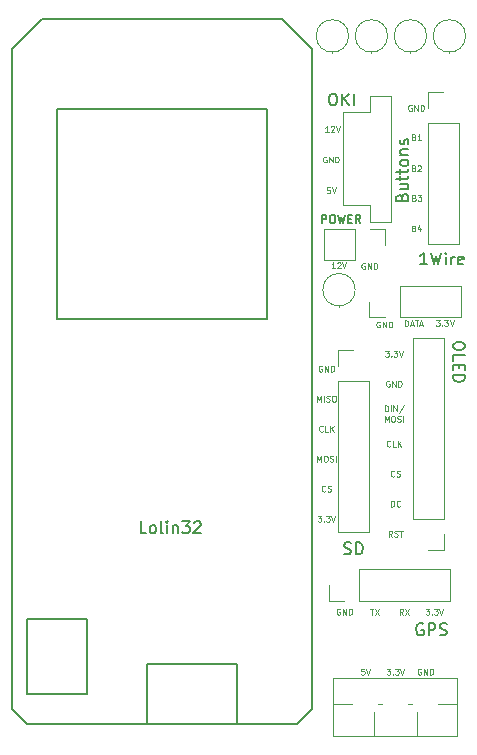
<source format=gbr>
G04 #@! TF.GenerationSoftware,KiCad,Pcbnew,(5.1.8-0-10_14)*
G04 #@! TF.CreationDate,2021-01-25T13:15:20+01:00*
G04 #@! TF.ProjectId,GpsRouteTracker,47707352-6f75-4746-9554-7261636b6572,2.0.0*
G04 #@! TF.SameCoordinates,Original*
G04 #@! TF.FileFunction,Legend,Top*
G04 #@! TF.FilePolarity,Positive*
%FSLAX46Y46*%
G04 Gerber Fmt 4.6, Leading zero omitted, Abs format (unit mm)*
G04 Created by KiCad (PCBNEW (5.1.8-0-10_14)) date 2021-01-25 13:15:20*
%MOMM*%
%LPD*%
G01*
G04 APERTURE LIST*
%ADD10C,0.150000*%
%ADD11C,0.125000*%
%ADD12C,0.120000*%
G04 APERTURE END LIST*
D10*
X138032533Y-79590066D02*
X138032533Y-78890066D01*
X138299200Y-78890066D01*
X138365866Y-78923400D01*
X138399200Y-78956733D01*
X138432533Y-79023400D01*
X138432533Y-79123400D01*
X138399200Y-79190066D01*
X138365866Y-79223400D01*
X138299200Y-79256733D01*
X138032533Y-79256733D01*
X138865866Y-78890066D02*
X138999200Y-78890066D01*
X139065866Y-78923400D01*
X139132533Y-78990066D01*
X139165866Y-79123400D01*
X139165866Y-79356733D01*
X139132533Y-79490066D01*
X139065866Y-79556733D01*
X138999200Y-79590066D01*
X138865866Y-79590066D01*
X138799200Y-79556733D01*
X138732533Y-79490066D01*
X138699200Y-79356733D01*
X138699200Y-79123400D01*
X138732533Y-78990066D01*
X138799200Y-78923400D01*
X138865866Y-78890066D01*
X139399200Y-78890066D02*
X139565866Y-79590066D01*
X139699200Y-79090066D01*
X139832533Y-79590066D01*
X139999200Y-78890066D01*
X140265866Y-79223400D02*
X140499200Y-79223400D01*
X140599200Y-79590066D02*
X140265866Y-79590066D01*
X140265866Y-78890066D01*
X140599200Y-78890066D01*
X141299200Y-79590066D02*
X141065866Y-79256733D01*
X140899200Y-79590066D02*
X140899200Y-78890066D01*
X141165866Y-78890066D01*
X141232533Y-78923400D01*
X141265866Y-78956733D01*
X141299200Y-79023400D01*
X141299200Y-79123400D01*
X141265866Y-79190066D01*
X141232533Y-79223400D01*
X141165866Y-79256733D01*
X140899200Y-79256733D01*
X138892066Y-68641980D02*
X139082542Y-68641980D01*
X139177780Y-68689600D01*
X139273019Y-68784838D01*
X139320638Y-68975314D01*
X139320638Y-69308647D01*
X139273019Y-69499123D01*
X139177780Y-69594361D01*
X139082542Y-69641980D01*
X138892066Y-69641980D01*
X138796828Y-69594361D01*
X138701590Y-69499123D01*
X138653971Y-69308647D01*
X138653971Y-68975314D01*
X138701590Y-68784838D01*
X138796828Y-68689600D01*
X138892066Y-68641980D01*
X139749209Y-69641980D02*
X139749209Y-68641980D01*
X140320638Y-69641980D02*
X139892066Y-69070552D01*
X140320638Y-68641980D02*
X139749209Y-69213409D01*
X140749209Y-69641980D02*
X140749209Y-68641980D01*
D11*
X139161876Y-83436590D02*
X138876161Y-83436590D01*
X139019019Y-83436590D02*
X139019019Y-82936590D01*
X138971400Y-83008019D01*
X138923780Y-83055638D01*
X138876161Y-83079447D01*
X139352352Y-82984209D02*
X139376161Y-82960400D01*
X139423780Y-82936590D01*
X139542828Y-82936590D01*
X139590447Y-82960400D01*
X139614257Y-82984209D01*
X139638066Y-83031828D01*
X139638066Y-83079447D01*
X139614257Y-83150876D01*
X139328542Y-83436590D01*
X139638066Y-83436590D01*
X139780923Y-82936590D02*
X139947590Y-83436590D01*
X140114257Y-82936590D01*
X141681247Y-83011200D02*
X141633628Y-82987390D01*
X141562200Y-82987390D01*
X141490771Y-83011200D01*
X141443152Y-83058819D01*
X141419342Y-83106438D01*
X141395533Y-83201676D01*
X141395533Y-83273104D01*
X141419342Y-83368342D01*
X141443152Y-83415961D01*
X141490771Y-83463580D01*
X141562200Y-83487390D01*
X141609819Y-83487390D01*
X141681247Y-83463580D01*
X141705057Y-83439771D01*
X141705057Y-83273104D01*
X141609819Y-83273104D01*
X141919342Y-83487390D02*
X141919342Y-82987390D01*
X142205057Y-83487390D01*
X142205057Y-82987390D01*
X142443152Y-83487390D02*
X142443152Y-82987390D01*
X142562200Y-82987390D01*
X142633628Y-83011200D01*
X142681247Y-83058819D01*
X142705057Y-83106438D01*
X142728866Y-83201676D01*
X142728866Y-83273104D01*
X142705057Y-83368342D01*
X142681247Y-83415961D01*
X142633628Y-83463580D01*
X142562200Y-83487390D01*
X142443152Y-83487390D01*
X138628476Y-71879590D02*
X138342761Y-71879590D01*
X138485619Y-71879590D02*
X138485619Y-71379590D01*
X138438000Y-71451019D01*
X138390380Y-71498638D01*
X138342761Y-71522447D01*
X138818952Y-71427209D02*
X138842761Y-71403400D01*
X138890380Y-71379590D01*
X139009428Y-71379590D01*
X139057047Y-71403400D01*
X139080857Y-71427209D01*
X139104666Y-71474828D01*
X139104666Y-71522447D01*
X139080857Y-71593876D01*
X138795142Y-71879590D01*
X139104666Y-71879590D01*
X139247523Y-71379590D02*
X139414190Y-71879590D01*
X139580857Y-71379590D01*
X138715761Y-76586590D02*
X138477666Y-76586590D01*
X138453857Y-76824685D01*
X138477666Y-76800876D01*
X138525285Y-76777066D01*
X138644333Y-76777066D01*
X138691952Y-76800876D01*
X138715761Y-76824685D01*
X138739571Y-76872304D01*
X138739571Y-76991352D01*
X138715761Y-77038971D01*
X138691952Y-77062780D01*
X138644333Y-77086590D01*
X138525285Y-77086590D01*
X138477666Y-77062780D01*
X138453857Y-77038971D01*
X138882428Y-76586590D02*
X139049095Y-77086590D01*
X139215761Y-76586590D01*
X138430047Y-73994200D02*
X138382428Y-73970390D01*
X138311000Y-73970390D01*
X138239571Y-73994200D01*
X138191952Y-74041819D01*
X138168142Y-74089438D01*
X138144333Y-74184676D01*
X138144333Y-74256104D01*
X138168142Y-74351342D01*
X138191952Y-74398961D01*
X138239571Y-74446580D01*
X138311000Y-74470390D01*
X138358619Y-74470390D01*
X138430047Y-74446580D01*
X138453857Y-74422771D01*
X138453857Y-74256104D01*
X138358619Y-74256104D01*
X138668142Y-74470390D02*
X138668142Y-73970390D01*
X138953857Y-74470390D01*
X138953857Y-73970390D01*
X139191952Y-74470390D02*
X139191952Y-73970390D01*
X139311000Y-73970390D01*
X139382428Y-73994200D01*
X139430047Y-74041819D01*
X139453857Y-74089438D01*
X139477666Y-74184676D01*
X139477666Y-74256104D01*
X139453857Y-74351342D01*
X139430047Y-74398961D01*
X139382428Y-74446580D01*
X139311000Y-74470390D01*
X139191952Y-74470390D01*
D10*
X123174380Y-105862380D02*
X122698190Y-105862380D01*
X122698190Y-104862380D01*
X123650571Y-105862380D02*
X123555333Y-105814761D01*
X123507714Y-105767142D01*
X123460095Y-105671904D01*
X123460095Y-105386190D01*
X123507714Y-105290952D01*
X123555333Y-105243333D01*
X123650571Y-105195714D01*
X123793428Y-105195714D01*
X123888666Y-105243333D01*
X123936285Y-105290952D01*
X123983904Y-105386190D01*
X123983904Y-105671904D01*
X123936285Y-105767142D01*
X123888666Y-105814761D01*
X123793428Y-105862380D01*
X123650571Y-105862380D01*
X124555333Y-105862380D02*
X124460095Y-105814761D01*
X124412476Y-105719523D01*
X124412476Y-104862380D01*
X124936285Y-105862380D02*
X124936285Y-105195714D01*
X124936285Y-104862380D02*
X124888666Y-104910000D01*
X124936285Y-104957619D01*
X124983904Y-104910000D01*
X124936285Y-104862380D01*
X124936285Y-104957619D01*
X125412476Y-105195714D02*
X125412476Y-105862380D01*
X125412476Y-105290952D02*
X125460095Y-105243333D01*
X125555333Y-105195714D01*
X125698190Y-105195714D01*
X125793428Y-105243333D01*
X125841047Y-105338571D01*
X125841047Y-105862380D01*
X126222000Y-104862380D02*
X126841047Y-104862380D01*
X126507714Y-105243333D01*
X126650571Y-105243333D01*
X126745809Y-105290952D01*
X126793428Y-105338571D01*
X126841047Y-105433809D01*
X126841047Y-105671904D01*
X126793428Y-105767142D01*
X126745809Y-105814761D01*
X126650571Y-105862380D01*
X126364857Y-105862380D01*
X126269619Y-105814761D01*
X126222000Y-105767142D01*
X127222000Y-104957619D02*
X127269619Y-104910000D01*
X127364857Y-104862380D01*
X127602952Y-104862380D01*
X127698190Y-104910000D01*
X127745809Y-104957619D01*
X127793428Y-105052857D01*
X127793428Y-105148095D01*
X127745809Y-105290952D01*
X127174380Y-105862380D01*
X127793428Y-105862380D01*
X146605714Y-113546000D02*
X146510476Y-113498380D01*
X146367619Y-113498380D01*
X146224761Y-113546000D01*
X146129523Y-113641238D01*
X146081904Y-113736476D01*
X146034285Y-113926952D01*
X146034285Y-114069809D01*
X146081904Y-114260285D01*
X146129523Y-114355523D01*
X146224761Y-114450761D01*
X146367619Y-114498380D01*
X146462857Y-114498380D01*
X146605714Y-114450761D01*
X146653333Y-114403142D01*
X146653333Y-114069809D01*
X146462857Y-114069809D01*
X147081904Y-114498380D02*
X147081904Y-113498380D01*
X147462857Y-113498380D01*
X147558095Y-113546000D01*
X147605714Y-113593619D01*
X147653333Y-113688857D01*
X147653333Y-113831714D01*
X147605714Y-113926952D01*
X147558095Y-113974571D01*
X147462857Y-114022190D01*
X147081904Y-114022190D01*
X148034285Y-114450761D02*
X148177142Y-114498380D01*
X148415238Y-114498380D01*
X148510476Y-114450761D01*
X148558095Y-114403142D01*
X148605714Y-114307904D01*
X148605714Y-114212666D01*
X148558095Y-114117428D01*
X148510476Y-114069809D01*
X148415238Y-114022190D01*
X148224761Y-113974571D01*
X148129523Y-113926952D01*
X148081904Y-113879333D01*
X148034285Y-113784095D01*
X148034285Y-113688857D01*
X148081904Y-113593619D01*
X148129523Y-113546000D01*
X148224761Y-113498380D01*
X148462857Y-113498380D01*
X148605714Y-113546000D01*
X139930285Y-107592761D02*
X140073142Y-107640380D01*
X140311238Y-107640380D01*
X140406476Y-107592761D01*
X140454095Y-107545142D01*
X140501714Y-107449904D01*
X140501714Y-107354666D01*
X140454095Y-107259428D01*
X140406476Y-107211809D01*
X140311238Y-107164190D01*
X140120761Y-107116571D01*
X140025523Y-107068952D01*
X139977904Y-107021333D01*
X139930285Y-106926095D01*
X139930285Y-106830857D01*
X139977904Y-106735619D01*
X140025523Y-106688000D01*
X140120761Y-106640380D01*
X140358857Y-106640380D01*
X140501714Y-106688000D01*
X140930285Y-107640380D02*
X140930285Y-106640380D01*
X141168380Y-106640380D01*
X141311238Y-106688000D01*
X141406476Y-106783238D01*
X141454095Y-106878476D01*
X141501714Y-107068952D01*
X141501714Y-107211809D01*
X141454095Y-107402285D01*
X141406476Y-107497523D01*
X141311238Y-107592761D01*
X141168380Y-107640380D01*
X140930285Y-107640380D01*
X144835571Y-77420504D02*
X144883190Y-77277647D01*
X144930809Y-77230028D01*
X145026047Y-77182409D01*
X145168904Y-77182409D01*
X145264142Y-77230028D01*
X145311761Y-77277647D01*
X145359380Y-77372885D01*
X145359380Y-77753838D01*
X144359380Y-77753838D01*
X144359380Y-77420504D01*
X144407000Y-77325266D01*
X144454619Y-77277647D01*
X144549857Y-77230028D01*
X144645095Y-77230028D01*
X144740333Y-77277647D01*
X144787952Y-77325266D01*
X144835571Y-77420504D01*
X144835571Y-77753838D01*
X144692714Y-76325266D02*
X145359380Y-76325266D01*
X144692714Y-76753838D02*
X145216523Y-76753838D01*
X145311761Y-76706219D01*
X145359380Y-76610980D01*
X145359380Y-76468123D01*
X145311761Y-76372885D01*
X145264142Y-76325266D01*
X144692714Y-75991933D02*
X144692714Y-75610980D01*
X144359380Y-75849076D02*
X145216523Y-75849076D01*
X145311761Y-75801457D01*
X145359380Y-75706219D01*
X145359380Y-75610980D01*
X144692714Y-75420504D02*
X144692714Y-75039552D01*
X144359380Y-75277647D02*
X145216523Y-75277647D01*
X145311761Y-75230028D01*
X145359380Y-75134790D01*
X145359380Y-75039552D01*
X145359380Y-74563361D02*
X145311761Y-74658600D01*
X145264142Y-74706219D01*
X145168904Y-74753838D01*
X144883190Y-74753838D01*
X144787952Y-74706219D01*
X144740333Y-74658600D01*
X144692714Y-74563361D01*
X144692714Y-74420504D01*
X144740333Y-74325266D01*
X144787952Y-74277647D01*
X144883190Y-74230028D01*
X145168904Y-74230028D01*
X145264142Y-74277647D01*
X145311761Y-74325266D01*
X145359380Y-74420504D01*
X145359380Y-74563361D01*
X144692714Y-73801457D02*
X145359380Y-73801457D01*
X144787952Y-73801457D02*
X144740333Y-73753838D01*
X144692714Y-73658600D01*
X144692714Y-73515742D01*
X144740333Y-73420504D01*
X144835571Y-73372885D01*
X145359380Y-73372885D01*
X145311761Y-72944314D02*
X145359380Y-72849076D01*
X145359380Y-72658600D01*
X145311761Y-72563361D01*
X145216523Y-72515742D01*
X145168904Y-72515742D01*
X145073666Y-72563361D01*
X145026047Y-72658600D01*
X145026047Y-72801457D01*
X144978428Y-72896695D01*
X144883190Y-72944314D01*
X144835571Y-72944314D01*
X144740333Y-72896695D01*
X144692714Y-72801457D01*
X144692714Y-72658600D01*
X144740333Y-72563361D01*
X146947095Y-83103980D02*
X146375666Y-83103980D01*
X146661380Y-83103980D02*
X146661380Y-82103980D01*
X146566142Y-82246838D01*
X146470904Y-82342076D01*
X146375666Y-82389695D01*
X147280428Y-82103980D02*
X147518523Y-83103980D01*
X147709000Y-82389695D01*
X147899476Y-83103980D01*
X148137571Y-82103980D01*
X148518523Y-83103980D02*
X148518523Y-82437314D01*
X148518523Y-82103980D02*
X148470904Y-82151600D01*
X148518523Y-82199219D01*
X148566142Y-82151600D01*
X148518523Y-82103980D01*
X148518523Y-82199219D01*
X148994714Y-83103980D02*
X148994714Y-82437314D01*
X148994714Y-82627790D02*
X149042333Y-82532552D01*
X149089952Y-82484933D01*
X149185190Y-82437314D01*
X149280428Y-82437314D01*
X149994714Y-83056361D02*
X149899476Y-83103980D01*
X149709000Y-83103980D01*
X149613761Y-83056361D01*
X149566142Y-82961123D01*
X149566142Y-82580171D01*
X149613761Y-82484933D01*
X149709000Y-82437314D01*
X149899476Y-82437314D01*
X149994714Y-82484933D01*
X150042333Y-82580171D01*
X150042333Y-82675409D01*
X149566142Y-82770647D01*
X150153619Y-89911419D02*
X150153619Y-90101895D01*
X150106000Y-90197133D01*
X150010761Y-90292371D01*
X149820285Y-90339990D01*
X149486952Y-90339990D01*
X149296476Y-90292371D01*
X149201238Y-90197133D01*
X149153619Y-90101895D01*
X149153619Y-89911419D01*
X149201238Y-89816180D01*
X149296476Y-89720942D01*
X149486952Y-89673323D01*
X149820285Y-89673323D01*
X150010761Y-89720942D01*
X150106000Y-89816180D01*
X150153619Y-89911419D01*
X149153619Y-91244752D02*
X149153619Y-90768561D01*
X150153619Y-90768561D01*
X149677428Y-91578085D02*
X149677428Y-91911419D01*
X149153619Y-92054276D02*
X149153619Y-91578085D01*
X150153619Y-91578085D01*
X150153619Y-92054276D01*
X149153619Y-92482847D02*
X150153619Y-92482847D01*
X150153619Y-92720942D01*
X150106000Y-92863800D01*
X150010761Y-92959038D01*
X149915523Y-93006657D01*
X149725047Y-93054276D01*
X149582190Y-93054276D01*
X149391714Y-93006657D01*
X149296476Y-92959038D01*
X149201238Y-92863800D01*
X149153619Y-92720942D01*
X149153619Y-92482847D01*
D11*
X143764047Y-92968000D02*
X143716428Y-92944190D01*
X143645000Y-92944190D01*
X143573571Y-92968000D01*
X143525952Y-93015619D01*
X143502142Y-93063238D01*
X143478333Y-93158476D01*
X143478333Y-93229904D01*
X143502142Y-93325142D01*
X143525952Y-93372761D01*
X143573571Y-93420380D01*
X143645000Y-93444190D01*
X143692619Y-93444190D01*
X143764047Y-93420380D01*
X143787857Y-93396571D01*
X143787857Y-93229904D01*
X143692619Y-93229904D01*
X144002142Y-93444190D02*
X144002142Y-92944190D01*
X144287857Y-93444190D01*
X144287857Y-92944190D01*
X144525952Y-93444190D02*
X144525952Y-92944190D01*
X144645000Y-92944190D01*
X144716428Y-92968000D01*
X144764047Y-93015619D01*
X144787857Y-93063238D01*
X144811666Y-93158476D01*
X144811666Y-93229904D01*
X144787857Y-93325142D01*
X144764047Y-93372761D01*
X144716428Y-93420380D01*
X144645000Y-93444190D01*
X144525952Y-93444190D01*
X143998190Y-106144190D02*
X143831523Y-105906095D01*
X143712476Y-106144190D02*
X143712476Y-105644190D01*
X143902952Y-105644190D01*
X143950571Y-105668000D01*
X143974380Y-105691809D01*
X143998190Y-105739428D01*
X143998190Y-105810857D01*
X143974380Y-105858476D01*
X143950571Y-105882285D01*
X143902952Y-105906095D01*
X143712476Y-105906095D01*
X144188666Y-106120380D02*
X144260095Y-106144190D01*
X144379142Y-106144190D01*
X144426761Y-106120380D01*
X144450571Y-106096571D01*
X144474380Y-106048952D01*
X144474380Y-106001333D01*
X144450571Y-105953714D01*
X144426761Y-105929904D01*
X144379142Y-105906095D01*
X144283904Y-105882285D01*
X144236285Y-105858476D01*
X144212476Y-105834666D01*
X144188666Y-105787047D01*
X144188666Y-105739428D01*
X144212476Y-105691809D01*
X144236285Y-105668000D01*
X144283904Y-105644190D01*
X144402952Y-105644190D01*
X144474380Y-105668000D01*
X144617238Y-105644190D02*
X144902952Y-105644190D01*
X144760095Y-106144190D02*
X144760095Y-105644190D01*
X143891047Y-103604190D02*
X143891047Y-103104190D01*
X144010095Y-103104190D01*
X144081523Y-103128000D01*
X144129142Y-103175619D01*
X144152952Y-103223238D01*
X144176761Y-103318476D01*
X144176761Y-103389904D01*
X144152952Y-103485142D01*
X144129142Y-103532761D01*
X144081523Y-103580380D01*
X144010095Y-103604190D01*
X143891047Y-103604190D01*
X144676761Y-103556571D02*
X144652952Y-103580380D01*
X144581523Y-103604190D01*
X144533904Y-103604190D01*
X144462476Y-103580380D01*
X144414857Y-103532761D01*
X144391047Y-103485142D01*
X144367238Y-103389904D01*
X144367238Y-103318476D01*
X144391047Y-103223238D01*
X144414857Y-103175619D01*
X144462476Y-103128000D01*
X144533904Y-103104190D01*
X144581523Y-103104190D01*
X144652952Y-103128000D01*
X144676761Y-103151809D01*
X144188666Y-101016571D02*
X144164857Y-101040380D01*
X144093428Y-101064190D01*
X144045809Y-101064190D01*
X143974380Y-101040380D01*
X143926761Y-100992761D01*
X143902952Y-100945142D01*
X143879142Y-100849904D01*
X143879142Y-100778476D01*
X143902952Y-100683238D01*
X143926761Y-100635619D01*
X143974380Y-100588000D01*
X144045809Y-100564190D01*
X144093428Y-100564190D01*
X144164857Y-100588000D01*
X144188666Y-100611809D01*
X144379142Y-101040380D02*
X144450571Y-101064190D01*
X144569619Y-101064190D01*
X144617238Y-101040380D01*
X144641047Y-101016571D01*
X144664857Y-100968952D01*
X144664857Y-100921333D01*
X144641047Y-100873714D01*
X144617238Y-100849904D01*
X144569619Y-100826095D01*
X144474380Y-100802285D01*
X144426761Y-100778476D01*
X144402952Y-100754666D01*
X144379142Y-100707047D01*
X144379142Y-100659428D01*
X144402952Y-100611809D01*
X144426761Y-100588000D01*
X144474380Y-100564190D01*
X144593428Y-100564190D01*
X144664857Y-100588000D01*
X143847380Y-98476571D02*
X143823571Y-98500380D01*
X143752142Y-98524190D01*
X143704523Y-98524190D01*
X143633095Y-98500380D01*
X143585476Y-98452761D01*
X143561666Y-98405142D01*
X143537857Y-98309904D01*
X143537857Y-98238476D01*
X143561666Y-98143238D01*
X143585476Y-98095619D01*
X143633095Y-98048000D01*
X143704523Y-98024190D01*
X143752142Y-98024190D01*
X143823571Y-98048000D01*
X143847380Y-98071809D01*
X144299761Y-98524190D02*
X144061666Y-98524190D01*
X144061666Y-98024190D01*
X144466428Y-98524190D02*
X144466428Y-98024190D01*
X144752142Y-98524190D02*
X144537857Y-98238476D01*
X144752142Y-98024190D02*
X144466428Y-98309904D01*
X143371190Y-95546690D02*
X143371190Y-95046690D01*
X143490238Y-95046690D01*
X143561666Y-95070500D01*
X143609285Y-95118119D01*
X143633095Y-95165738D01*
X143656904Y-95260976D01*
X143656904Y-95332404D01*
X143633095Y-95427642D01*
X143609285Y-95475261D01*
X143561666Y-95522880D01*
X143490238Y-95546690D01*
X143371190Y-95546690D01*
X143871190Y-95546690D02*
X143871190Y-95046690D01*
X144109285Y-95546690D02*
X144109285Y-95046690D01*
X144395000Y-95546690D01*
X144395000Y-95046690D01*
X144990238Y-95022880D02*
X144561666Y-95665738D01*
X143359285Y-96421690D02*
X143359285Y-95921690D01*
X143525952Y-96278833D01*
X143692619Y-95921690D01*
X143692619Y-96421690D01*
X144025952Y-95921690D02*
X144121190Y-95921690D01*
X144168809Y-95945500D01*
X144216428Y-95993119D01*
X144240238Y-96088357D01*
X144240238Y-96255023D01*
X144216428Y-96350261D01*
X144168809Y-96397880D01*
X144121190Y-96421690D01*
X144025952Y-96421690D01*
X143978333Y-96397880D01*
X143930714Y-96350261D01*
X143906904Y-96255023D01*
X143906904Y-96088357D01*
X143930714Y-95993119D01*
X143978333Y-95945500D01*
X144025952Y-95921690D01*
X144430714Y-96397880D02*
X144502142Y-96421690D01*
X144621190Y-96421690D01*
X144668809Y-96397880D01*
X144692619Y-96374071D01*
X144716428Y-96326452D01*
X144716428Y-96278833D01*
X144692619Y-96231214D01*
X144668809Y-96207404D01*
X144621190Y-96183595D01*
X144525952Y-96159785D01*
X144478333Y-96135976D01*
X144454523Y-96112166D01*
X144430714Y-96064547D01*
X144430714Y-96016928D01*
X144454523Y-95969309D01*
X144478333Y-95945500D01*
X144525952Y-95921690D01*
X144645000Y-95921690D01*
X144716428Y-95945500D01*
X144930714Y-96421690D02*
X144930714Y-95921690D01*
X143406904Y-90404190D02*
X143716428Y-90404190D01*
X143549761Y-90594666D01*
X143621190Y-90594666D01*
X143668809Y-90618476D01*
X143692619Y-90642285D01*
X143716428Y-90689904D01*
X143716428Y-90808952D01*
X143692619Y-90856571D01*
X143668809Y-90880380D01*
X143621190Y-90904190D01*
X143478333Y-90904190D01*
X143430714Y-90880380D01*
X143406904Y-90856571D01*
X143930714Y-90856571D02*
X143954523Y-90880380D01*
X143930714Y-90904190D01*
X143906904Y-90880380D01*
X143930714Y-90856571D01*
X143930714Y-90904190D01*
X144121190Y-90404190D02*
X144430714Y-90404190D01*
X144264047Y-90594666D01*
X144335476Y-90594666D01*
X144383095Y-90618476D01*
X144406904Y-90642285D01*
X144430714Y-90689904D01*
X144430714Y-90808952D01*
X144406904Y-90856571D01*
X144383095Y-90880380D01*
X144335476Y-90904190D01*
X144192619Y-90904190D01*
X144145000Y-90880380D01*
X144121190Y-90856571D01*
X144573571Y-90404190D02*
X144740238Y-90904190D01*
X144906904Y-90404190D01*
X138049047Y-91698000D02*
X138001428Y-91674190D01*
X137930000Y-91674190D01*
X137858571Y-91698000D01*
X137810952Y-91745619D01*
X137787142Y-91793238D01*
X137763333Y-91888476D01*
X137763333Y-91959904D01*
X137787142Y-92055142D01*
X137810952Y-92102761D01*
X137858571Y-92150380D01*
X137930000Y-92174190D01*
X137977619Y-92174190D01*
X138049047Y-92150380D01*
X138072857Y-92126571D01*
X138072857Y-91959904D01*
X137977619Y-91959904D01*
X138287142Y-92174190D02*
X138287142Y-91674190D01*
X138572857Y-92174190D01*
X138572857Y-91674190D01*
X138810952Y-92174190D02*
X138810952Y-91674190D01*
X138930000Y-91674190D01*
X139001428Y-91698000D01*
X139049047Y-91745619D01*
X139072857Y-91793238D01*
X139096666Y-91888476D01*
X139096666Y-91959904D01*
X139072857Y-92055142D01*
X139049047Y-92102761D01*
X139001428Y-92150380D01*
X138930000Y-92174190D01*
X138810952Y-92174190D01*
X137644285Y-94714190D02*
X137644285Y-94214190D01*
X137810952Y-94571333D01*
X137977619Y-94214190D01*
X137977619Y-94714190D01*
X138215714Y-94714190D02*
X138215714Y-94214190D01*
X138430000Y-94690380D02*
X138501428Y-94714190D01*
X138620476Y-94714190D01*
X138668095Y-94690380D01*
X138691904Y-94666571D01*
X138715714Y-94618952D01*
X138715714Y-94571333D01*
X138691904Y-94523714D01*
X138668095Y-94499904D01*
X138620476Y-94476095D01*
X138525238Y-94452285D01*
X138477619Y-94428476D01*
X138453809Y-94404666D01*
X138430000Y-94357047D01*
X138430000Y-94309428D01*
X138453809Y-94261809D01*
X138477619Y-94238000D01*
X138525238Y-94214190D01*
X138644285Y-94214190D01*
X138715714Y-94238000D01*
X139025238Y-94214190D02*
X139120476Y-94214190D01*
X139168095Y-94238000D01*
X139215714Y-94285619D01*
X139239523Y-94380857D01*
X139239523Y-94547523D01*
X139215714Y-94642761D01*
X139168095Y-94690380D01*
X139120476Y-94714190D01*
X139025238Y-94714190D01*
X138977619Y-94690380D01*
X138930000Y-94642761D01*
X138906190Y-94547523D01*
X138906190Y-94380857D01*
X138930000Y-94285619D01*
X138977619Y-94238000D01*
X139025238Y-94214190D01*
X138132380Y-97206571D02*
X138108571Y-97230380D01*
X138037142Y-97254190D01*
X137989523Y-97254190D01*
X137918095Y-97230380D01*
X137870476Y-97182761D01*
X137846666Y-97135142D01*
X137822857Y-97039904D01*
X137822857Y-96968476D01*
X137846666Y-96873238D01*
X137870476Y-96825619D01*
X137918095Y-96778000D01*
X137989523Y-96754190D01*
X138037142Y-96754190D01*
X138108571Y-96778000D01*
X138132380Y-96801809D01*
X138584761Y-97254190D02*
X138346666Y-97254190D01*
X138346666Y-96754190D01*
X138751428Y-97254190D02*
X138751428Y-96754190D01*
X139037142Y-97254190D02*
X138822857Y-96968476D01*
X139037142Y-96754190D02*
X138751428Y-97039904D01*
X137644285Y-99794190D02*
X137644285Y-99294190D01*
X137810952Y-99651333D01*
X137977619Y-99294190D01*
X137977619Y-99794190D01*
X138310952Y-99294190D02*
X138406190Y-99294190D01*
X138453809Y-99318000D01*
X138501428Y-99365619D01*
X138525238Y-99460857D01*
X138525238Y-99627523D01*
X138501428Y-99722761D01*
X138453809Y-99770380D01*
X138406190Y-99794190D01*
X138310952Y-99794190D01*
X138263333Y-99770380D01*
X138215714Y-99722761D01*
X138191904Y-99627523D01*
X138191904Y-99460857D01*
X138215714Y-99365619D01*
X138263333Y-99318000D01*
X138310952Y-99294190D01*
X138715714Y-99770380D02*
X138787142Y-99794190D01*
X138906190Y-99794190D01*
X138953809Y-99770380D01*
X138977619Y-99746571D01*
X139001428Y-99698952D01*
X139001428Y-99651333D01*
X138977619Y-99603714D01*
X138953809Y-99579904D01*
X138906190Y-99556095D01*
X138810952Y-99532285D01*
X138763333Y-99508476D01*
X138739523Y-99484666D01*
X138715714Y-99437047D01*
X138715714Y-99389428D01*
X138739523Y-99341809D01*
X138763333Y-99318000D01*
X138810952Y-99294190D01*
X138930000Y-99294190D01*
X139001428Y-99318000D01*
X139215714Y-99794190D02*
X139215714Y-99294190D01*
X138346666Y-102286571D02*
X138322857Y-102310380D01*
X138251428Y-102334190D01*
X138203809Y-102334190D01*
X138132380Y-102310380D01*
X138084761Y-102262761D01*
X138060952Y-102215142D01*
X138037142Y-102119904D01*
X138037142Y-102048476D01*
X138060952Y-101953238D01*
X138084761Y-101905619D01*
X138132380Y-101858000D01*
X138203809Y-101834190D01*
X138251428Y-101834190D01*
X138322857Y-101858000D01*
X138346666Y-101881809D01*
X138537142Y-102310380D02*
X138608571Y-102334190D01*
X138727619Y-102334190D01*
X138775238Y-102310380D01*
X138799047Y-102286571D01*
X138822857Y-102238952D01*
X138822857Y-102191333D01*
X138799047Y-102143714D01*
X138775238Y-102119904D01*
X138727619Y-102096095D01*
X138632380Y-102072285D01*
X138584761Y-102048476D01*
X138560952Y-102024666D01*
X138537142Y-101977047D01*
X138537142Y-101929428D01*
X138560952Y-101881809D01*
X138584761Y-101858000D01*
X138632380Y-101834190D01*
X138751428Y-101834190D01*
X138822857Y-101858000D01*
X137691904Y-104374190D02*
X138001428Y-104374190D01*
X137834761Y-104564666D01*
X137906190Y-104564666D01*
X137953809Y-104588476D01*
X137977619Y-104612285D01*
X138001428Y-104659904D01*
X138001428Y-104778952D01*
X137977619Y-104826571D01*
X137953809Y-104850380D01*
X137906190Y-104874190D01*
X137763333Y-104874190D01*
X137715714Y-104850380D01*
X137691904Y-104826571D01*
X138215714Y-104826571D02*
X138239523Y-104850380D01*
X138215714Y-104874190D01*
X138191904Y-104850380D01*
X138215714Y-104826571D01*
X138215714Y-104874190D01*
X138406190Y-104374190D02*
X138715714Y-104374190D01*
X138549047Y-104564666D01*
X138620476Y-104564666D01*
X138668095Y-104588476D01*
X138691904Y-104612285D01*
X138715714Y-104659904D01*
X138715714Y-104778952D01*
X138691904Y-104826571D01*
X138668095Y-104850380D01*
X138620476Y-104874190D01*
X138477619Y-104874190D01*
X138430000Y-104850380D01*
X138406190Y-104826571D01*
X138858571Y-104374190D02*
X139025238Y-104874190D01*
X139191904Y-104374190D01*
X146835904Y-112248190D02*
X147145428Y-112248190D01*
X146978761Y-112438666D01*
X147050190Y-112438666D01*
X147097809Y-112462476D01*
X147121619Y-112486285D01*
X147145428Y-112533904D01*
X147145428Y-112652952D01*
X147121619Y-112700571D01*
X147097809Y-112724380D01*
X147050190Y-112748190D01*
X146907333Y-112748190D01*
X146859714Y-112724380D01*
X146835904Y-112700571D01*
X147359714Y-112700571D02*
X147383523Y-112724380D01*
X147359714Y-112748190D01*
X147335904Y-112724380D01*
X147359714Y-112700571D01*
X147359714Y-112748190D01*
X147550190Y-112248190D02*
X147859714Y-112248190D01*
X147693047Y-112438666D01*
X147764476Y-112438666D01*
X147812095Y-112462476D01*
X147835904Y-112486285D01*
X147859714Y-112533904D01*
X147859714Y-112652952D01*
X147835904Y-112700571D01*
X147812095Y-112724380D01*
X147764476Y-112748190D01*
X147621619Y-112748190D01*
X147574000Y-112724380D01*
X147550190Y-112700571D01*
X148002571Y-112248190D02*
X148169238Y-112748190D01*
X148335904Y-112248190D01*
X144950666Y-112748190D02*
X144784000Y-112510095D01*
X144664952Y-112748190D02*
X144664952Y-112248190D01*
X144855428Y-112248190D01*
X144903047Y-112272000D01*
X144926857Y-112295809D01*
X144950666Y-112343428D01*
X144950666Y-112414857D01*
X144926857Y-112462476D01*
X144903047Y-112486285D01*
X144855428Y-112510095D01*
X144664952Y-112510095D01*
X145117333Y-112248190D02*
X145450666Y-112748190D01*
X145450666Y-112248190D02*
X145117333Y-112748190D01*
X142113047Y-112248190D02*
X142398761Y-112248190D01*
X142255904Y-112748190D02*
X142255904Y-112248190D01*
X142517809Y-112248190D02*
X142851142Y-112748190D01*
X142851142Y-112248190D02*
X142517809Y-112748190D01*
X139573047Y-112272000D02*
X139525428Y-112248190D01*
X139454000Y-112248190D01*
X139382571Y-112272000D01*
X139334952Y-112319619D01*
X139311142Y-112367238D01*
X139287333Y-112462476D01*
X139287333Y-112533904D01*
X139311142Y-112629142D01*
X139334952Y-112676761D01*
X139382571Y-112724380D01*
X139454000Y-112748190D01*
X139501619Y-112748190D01*
X139573047Y-112724380D01*
X139596857Y-112700571D01*
X139596857Y-112533904D01*
X139501619Y-112533904D01*
X139811142Y-112748190D02*
X139811142Y-112248190D01*
X140096857Y-112748190D01*
X140096857Y-112248190D01*
X140334952Y-112748190D02*
X140334952Y-112248190D01*
X140454000Y-112248190D01*
X140525428Y-112272000D01*
X140573047Y-112319619D01*
X140596857Y-112367238D01*
X140620666Y-112462476D01*
X140620666Y-112533904D01*
X140596857Y-112629142D01*
X140573047Y-112676761D01*
X140525428Y-112724380D01*
X140454000Y-112748190D01*
X140334952Y-112748190D01*
X146431047Y-117352000D02*
X146383428Y-117328190D01*
X146312000Y-117328190D01*
X146240571Y-117352000D01*
X146192952Y-117399619D01*
X146169142Y-117447238D01*
X146145333Y-117542476D01*
X146145333Y-117613904D01*
X146169142Y-117709142D01*
X146192952Y-117756761D01*
X146240571Y-117804380D01*
X146312000Y-117828190D01*
X146359619Y-117828190D01*
X146431047Y-117804380D01*
X146454857Y-117780571D01*
X146454857Y-117613904D01*
X146359619Y-117613904D01*
X146669142Y-117828190D02*
X146669142Y-117328190D01*
X146954857Y-117828190D01*
X146954857Y-117328190D01*
X147192952Y-117828190D02*
X147192952Y-117328190D01*
X147312000Y-117328190D01*
X147383428Y-117352000D01*
X147431047Y-117399619D01*
X147454857Y-117447238D01*
X147478666Y-117542476D01*
X147478666Y-117613904D01*
X147454857Y-117709142D01*
X147431047Y-117756761D01*
X147383428Y-117804380D01*
X147312000Y-117828190D01*
X147192952Y-117828190D01*
X143533904Y-117328190D02*
X143843428Y-117328190D01*
X143676761Y-117518666D01*
X143748190Y-117518666D01*
X143795809Y-117542476D01*
X143819619Y-117566285D01*
X143843428Y-117613904D01*
X143843428Y-117732952D01*
X143819619Y-117780571D01*
X143795809Y-117804380D01*
X143748190Y-117828190D01*
X143605333Y-117828190D01*
X143557714Y-117804380D01*
X143533904Y-117780571D01*
X144057714Y-117780571D02*
X144081523Y-117804380D01*
X144057714Y-117828190D01*
X144033904Y-117804380D01*
X144057714Y-117780571D01*
X144057714Y-117828190D01*
X144248190Y-117328190D02*
X144557714Y-117328190D01*
X144391047Y-117518666D01*
X144462476Y-117518666D01*
X144510095Y-117542476D01*
X144533904Y-117566285D01*
X144557714Y-117613904D01*
X144557714Y-117732952D01*
X144533904Y-117780571D01*
X144510095Y-117804380D01*
X144462476Y-117828190D01*
X144319619Y-117828190D01*
X144272000Y-117804380D01*
X144248190Y-117780571D01*
X144700571Y-117328190D02*
X144867238Y-117828190D01*
X145033904Y-117328190D01*
X141636761Y-117328190D02*
X141398666Y-117328190D01*
X141374857Y-117566285D01*
X141398666Y-117542476D01*
X141446285Y-117518666D01*
X141565333Y-117518666D01*
X141612952Y-117542476D01*
X141636761Y-117566285D01*
X141660571Y-117613904D01*
X141660571Y-117732952D01*
X141636761Y-117780571D01*
X141612952Y-117804380D01*
X141565333Y-117828190D01*
X141446285Y-117828190D01*
X141398666Y-117804380D01*
X141374857Y-117780571D01*
X141803428Y-117328190D02*
X141970095Y-117828190D01*
X142136761Y-117328190D01*
X147699504Y-87813390D02*
X148009028Y-87813390D01*
X147842361Y-88003866D01*
X147913790Y-88003866D01*
X147961409Y-88027676D01*
X147985219Y-88051485D01*
X148009028Y-88099104D01*
X148009028Y-88218152D01*
X147985219Y-88265771D01*
X147961409Y-88289580D01*
X147913790Y-88313390D01*
X147770933Y-88313390D01*
X147723314Y-88289580D01*
X147699504Y-88265771D01*
X148223314Y-88265771D02*
X148247123Y-88289580D01*
X148223314Y-88313390D01*
X148199504Y-88289580D01*
X148223314Y-88265771D01*
X148223314Y-88313390D01*
X148413790Y-87813390D02*
X148723314Y-87813390D01*
X148556647Y-88003866D01*
X148628076Y-88003866D01*
X148675695Y-88027676D01*
X148699504Y-88051485D01*
X148723314Y-88099104D01*
X148723314Y-88218152D01*
X148699504Y-88265771D01*
X148675695Y-88289580D01*
X148628076Y-88313390D01*
X148485219Y-88313390D01*
X148437600Y-88289580D01*
X148413790Y-88265771D01*
X148866171Y-87813390D02*
X149032838Y-88313390D01*
X149199504Y-87813390D01*
X145071400Y-88338790D02*
X145071400Y-87838790D01*
X145190447Y-87838790D01*
X145261876Y-87862600D01*
X145309495Y-87910219D01*
X145333304Y-87957838D01*
X145357114Y-88053076D01*
X145357114Y-88124504D01*
X145333304Y-88219742D01*
X145309495Y-88267361D01*
X145261876Y-88314980D01*
X145190447Y-88338790D01*
X145071400Y-88338790D01*
X145547590Y-88195933D02*
X145785685Y-88195933D01*
X145499971Y-88338790D02*
X145666638Y-87838790D01*
X145833304Y-88338790D01*
X145928542Y-87838790D02*
X146214257Y-87838790D01*
X146071400Y-88338790D02*
X146071400Y-87838790D01*
X146357114Y-88195933D02*
X146595209Y-88195933D01*
X146309495Y-88338790D02*
X146476161Y-87838790D01*
X146642828Y-88338790D01*
X142951247Y-87964200D02*
X142903628Y-87940390D01*
X142832200Y-87940390D01*
X142760771Y-87964200D01*
X142713152Y-88011819D01*
X142689342Y-88059438D01*
X142665533Y-88154676D01*
X142665533Y-88226104D01*
X142689342Y-88321342D01*
X142713152Y-88368961D01*
X142760771Y-88416580D01*
X142832200Y-88440390D01*
X142879819Y-88440390D01*
X142951247Y-88416580D01*
X142975057Y-88392771D01*
X142975057Y-88226104D01*
X142879819Y-88226104D01*
X143189342Y-88440390D02*
X143189342Y-87940390D01*
X143475057Y-88440390D01*
X143475057Y-87940390D01*
X143713152Y-88440390D02*
X143713152Y-87940390D01*
X143832200Y-87940390D01*
X143903628Y-87964200D01*
X143951247Y-88011819D01*
X143975057Y-88059438D01*
X143998866Y-88154676D01*
X143998866Y-88226104D01*
X143975057Y-88321342D01*
X143951247Y-88368961D01*
X143903628Y-88416580D01*
X143832200Y-88440390D01*
X143713152Y-88440390D01*
X145847619Y-80050485D02*
X145919047Y-80074295D01*
X145942857Y-80098104D01*
X145966666Y-80145723D01*
X145966666Y-80217152D01*
X145942857Y-80264771D01*
X145919047Y-80288580D01*
X145871428Y-80312390D01*
X145680952Y-80312390D01*
X145680952Y-79812390D01*
X145847619Y-79812390D01*
X145895238Y-79836200D01*
X145919047Y-79860009D01*
X145942857Y-79907628D01*
X145942857Y-79955247D01*
X145919047Y-80002866D01*
X145895238Y-80026676D01*
X145847619Y-80050485D01*
X145680952Y-80050485D01*
X146395238Y-79979057D02*
X146395238Y-80312390D01*
X146276190Y-79788580D02*
X146157142Y-80145723D01*
X146466666Y-80145723D01*
X145873019Y-77459685D02*
X145944447Y-77483495D01*
X145968257Y-77507304D01*
X145992066Y-77554923D01*
X145992066Y-77626352D01*
X145968257Y-77673971D01*
X145944447Y-77697780D01*
X145896828Y-77721590D01*
X145706352Y-77721590D01*
X145706352Y-77221590D01*
X145873019Y-77221590D01*
X145920638Y-77245400D01*
X145944447Y-77269209D01*
X145968257Y-77316828D01*
X145968257Y-77364447D01*
X145944447Y-77412066D01*
X145920638Y-77435876D01*
X145873019Y-77459685D01*
X145706352Y-77459685D01*
X146158733Y-77221590D02*
X146468257Y-77221590D01*
X146301590Y-77412066D01*
X146373019Y-77412066D01*
X146420638Y-77435876D01*
X146444447Y-77459685D01*
X146468257Y-77507304D01*
X146468257Y-77626352D01*
X146444447Y-77673971D01*
X146420638Y-77697780D01*
X146373019Y-77721590D01*
X146230161Y-77721590D01*
X146182542Y-77697780D01*
X146158733Y-77673971D01*
X145847619Y-74945085D02*
X145919047Y-74968895D01*
X145942857Y-74992704D01*
X145966666Y-75040323D01*
X145966666Y-75111752D01*
X145942857Y-75159371D01*
X145919047Y-75183180D01*
X145871428Y-75206990D01*
X145680952Y-75206990D01*
X145680952Y-74706990D01*
X145847619Y-74706990D01*
X145895238Y-74730800D01*
X145919047Y-74754609D01*
X145942857Y-74802228D01*
X145942857Y-74849847D01*
X145919047Y-74897466D01*
X145895238Y-74921276D01*
X145847619Y-74945085D01*
X145680952Y-74945085D01*
X146157142Y-74754609D02*
X146180952Y-74730800D01*
X146228571Y-74706990D01*
X146347619Y-74706990D01*
X146395238Y-74730800D01*
X146419047Y-74754609D01*
X146442857Y-74802228D01*
X146442857Y-74849847D01*
X146419047Y-74921276D01*
X146133333Y-75206990D01*
X146442857Y-75206990D01*
X145847619Y-72328885D02*
X145919047Y-72352695D01*
X145942857Y-72376504D01*
X145966666Y-72424123D01*
X145966666Y-72495552D01*
X145942857Y-72543171D01*
X145919047Y-72566980D01*
X145871428Y-72590790D01*
X145680952Y-72590790D01*
X145680952Y-72090790D01*
X145847619Y-72090790D01*
X145895238Y-72114600D01*
X145919047Y-72138409D01*
X145942857Y-72186028D01*
X145942857Y-72233647D01*
X145919047Y-72281266D01*
X145895238Y-72305076D01*
X145847619Y-72328885D01*
X145680952Y-72328885D01*
X146442857Y-72590790D02*
X146157142Y-72590790D01*
X146300000Y-72590790D02*
X146300000Y-72090790D01*
X146252380Y-72162219D01*
X146204761Y-72209838D01*
X146157142Y-72233647D01*
X145643647Y-69625400D02*
X145596028Y-69601590D01*
X145524600Y-69601590D01*
X145453171Y-69625400D01*
X145405552Y-69673019D01*
X145381742Y-69720638D01*
X145357933Y-69815876D01*
X145357933Y-69887304D01*
X145381742Y-69982542D01*
X145405552Y-70030161D01*
X145453171Y-70077780D01*
X145524600Y-70101590D01*
X145572219Y-70101590D01*
X145643647Y-70077780D01*
X145667457Y-70053971D01*
X145667457Y-69887304D01*
X145572219Y-69887304D01*
X145881742Y-70101590D02*
X145881742Y-69601590D01*
X146167457Y-70101590D01*
X146167457Y-69601590D01*
X146405552Y-70101590D02*
X146405552Y-69601590D01*
X146524600Y-69601590D01*
X146596028Y-69625400D01*
X146643647Y-69673019D01*
X146667457Y-69720638D01*
X146691266Y-69815876D01*
X146691266Y-69887304D01*
X146667457Y-69982542D01*
X146643647Y-70030161D01*
X146596028Y-70077780D01*
X146524600Y-70101590D01*
X146405552Y-70101590D01*
D12*
X145542000Y-65124000D02*
X145542000Y-65194000D01*
X146912000Y-63754000D02*
G75*
G03*
X146912000Y-63754000I-1370000J0D01*
G01*
D10*
X123265001Y-121995001D02*
X123265001Y-116915001D01*
X123265001Y-116915001D02*
X130885001Y-116915001D01*
X130885001Y-116915001D02*
X130885001Y-121995001D01*
X113105001Y-113105001D02*
X118185001Y-113105001D01*
X118185001Y-113105001D02*
X118185001Y-119455001D01*
X118185001Y-119455001D02*
X113105001Y-119455001D01*
X113105001Y-119455001D02*
X113105001Y-113105001D01*
X115645001Y-69925001D02*
X115645001Y-87705001D01*
X115645001Y-87705001D02*
X133425001Y-87705001D01*
X133425001Y-87705001D02*
X133425001Y-69925001D01*
X133425001Y-69925001D02*
X115645001Y-69925001D01*
X137235001Y-64845001D02*
X137235001Y-120725001D01*
X114375001Y-62305001D02*
X134695001Y-62305001D01*
X135965001Y-121995001D02*
X113105001Y-121995001D01*
X113105001Y-121995001D02*
X111835001Y-120725001D01*
X111835001Y-120725001D02*
X111835001Y-64845001D01*
X137235001Y-120725001D02*
X135965001Y-121995001D01*
X134695001Y-62305001D02*
X137235001Y-64845001D01*
X111835001Y-64845001D02*
X114375001Y-62305001D01*
D12*
X140308000Y-63754000D02*
G75*
G03*
X140308000Y-63754000I-1370000J0D01*
G01*
X138938000Y-65124000D02*
X138938000Y-65194000D01*
X139386000Y-105724000D02*
X142046000Y-105724000D01*
X139386000Y-92964000D02*
X139386000Y-105724000D01*
X142046000Y-92964000D02*
X142046000Y-105724000D01*
X139386000Y-92964000D02*
X142046000Y-92964000D01*
X139386000Y-91694000D02*
X139386000Y-90364000D01*
X139386000Y-90364000D02*
X140716000Y-90364000D01*
X148396000Y-89348000D02*
X145736000Y-89348000D01*
X148396000Y-104648000D02*
X148396000Y-89348000D01*
X145736000Y-104648000D02*
X145736000Y-89348000D01*
X148396000Y-104648000D02*
X145736000Y-104648000D01*
X148396000Y-105918000D02*
X148396000Y-107248000D01*
X148396000Y-107248000D02*
X147066000Y-107248000D01*
X143610000Y-63754000D02*
G75*
G03*
X143610000Y-63754000I-1370000J0D01*
G01*
X142240000Y-65124000D02*
X142240000Y-65194000D01*
X139496800Y-86612400D02*
X139496800Y-86682400D01*
X140866800Y-85242400D02*
G75*
G03*
X140866800Y-85242400I-1370000J0D01*
G01*
X142053000Y-87588400D02*
X142053000Y-86258400D01*
X143383000Y-87588400D02*
X142053000Y-87588400D01*
X144653000Y-87588400D02*
X144653000Y-84928400D01*
X144653000Y-84928400D02*
X149793000Y-84928400D01*
X144653000Y-87588400D02*
X149793000Y-87588400D01*
X149793000Y-87588400D02*
X149793000Y-84928400D01*
X138624000Y-111566000D02*
X138624000Y-110236000D01*
X139954000Y-111566000D02*
X138624000Y-111566000D01*
X141224000Y-111566000D02*
X141224000Y-108906000D01*
X141224000Y-108906000D02*
X148904000Y-108906000D01*
X141224000Y-111566000D02*
X148904000Y-111566000D01*
X148904000Y-111566000D02*
X148904000Y-108906000D01*
X149522000Y-123056000D02*
X139022000Y-123056000D01*
X149522000Y-118115000D02*
X139022000Y-118115000D01*
X149522000Y-123056000D02*
X149522000Y-118115000D01*
X139022000Y-123056000D02*
X139022000Y-118115000D01*
X149522000Y-120296000D02*
X147915000Y-120296000D01*
X145709000Y-120296000D02*
X145374000Y-120296000D01*
X143169000Y-120296000D02*
X142834000Y-120296000D01*
X140629000Y-120296000D02*
X139022000Y-120296000D01*
X146122000Y-123056000D02*
X146122000Y-121038000D01*
X142421000Y-123056000D02*
X142421000Y-121038000D01*
X147006000Y-68520000D02*
X148336000Y-68520000D01*
X147006000Y-69850000D02*
X147006000Y-68520000D01*
X147006000Y-71120000D02*
X149666000Y-71120000D01*
X149666000Y-71120000D02*
X149666000Y-81340000D01*
X147006000Y-71120000D02*
X147006000Y-81340000D01*
X147006000Y-81340000D02*
X149666000Y-81340000D01*
X148844000Y-65124000D02*
X148844000Y-65194000D01*
X150214000Y-63754000D02*
G75*
G03*
X150214000Y-63754000I-1370000J0D01*
G01*
X143890000Y-68838000D02*
X142110000Y-68838000D01*
X143890000Y-79508000D02*
X143890000Y-68838000D01*
X142120000Y-79508000D02*
X143890000Y-79508000D01*
X142110000Y-79508000D02*
X142110000Y-78108000D01*
X142110000Y-78108000D02*
X139870000Y-78108000D01*
X139870000Y-78108000D02*
X139870000Y-70228000D01*
X139870000Y-70228000D02*
X142110000Y-70228000D01*
X142110000Y-70228000D02*
X142110000Y-68838000D01*
X138217600Y-80102400D02*
X138217600Y-82762400D01*
X140817600Y-80102400D02*
X138217600Y-80102400D01*
X140817600Y-82762400D02*
X138217600Y-82762400D01*
X140817600Y-80102400D02*
X140817600Y-82762400D01*
X142087600Y-80102400D02*
X143417600Y-80102400D01*
X143417600Y-80102400D02*
X143417600Y-81432400D01*
M02*

</source>
